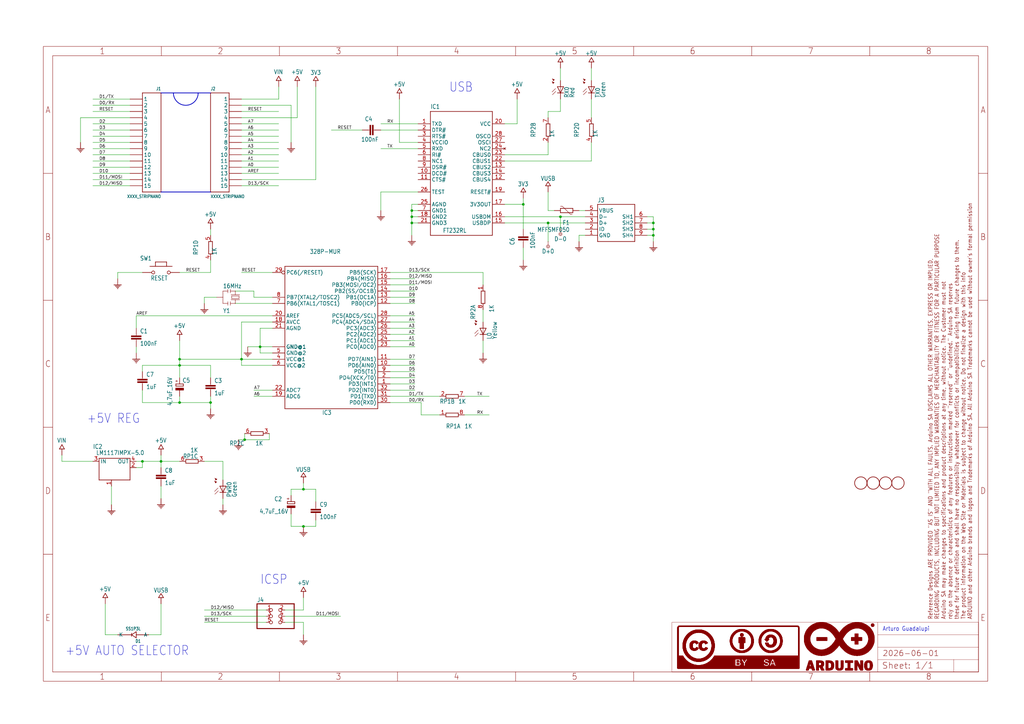
<source format=kicad_sch>
(kicad_sch (version 20250114) (generator "eeschema") (generator_version "9.0")
  (paper "A3")
  (lib_symbols
    (symbol "ardnanoplcdemo-eagle-import:0005_064R_1K_/_CAY16-102J4LF"
      (property "Reference" "R" (at -5.08 -3.048 0))
      (symbol "0005_064R_1K_/_CAY16-102J4LF_1_0"
        (pin passive line (at -5.08 0 0) (length 2.54) (name "1") (number "1"))
        (pin passive line (at 5.08 0 180) (length 2.54) (name "2") (number "8"))
      )
      (symbol "0005_064R_1K_/_CAY16-102J4LF_2_0"
        (pin passive line (at -5.08 0 0) (length 2.54) (name "1") (number "2"))
        (pin passive line (at 5.08 0 180) (length 2.54) (name "2") (number "7"))
      )
      (symbol "0005_064R_1K_/_CAY16-102J4LF_3_0"
        (pin passive line (at -5.08 0 0) (length 2.54) (name "1") (number "3"))
        (pin passive line (at 5.08 0 180) (length 2.54) (name "2") (number "6"))
      )
      (symbol "0005_064R_1K_/_CAY16-102J4LF_4_0"
        (pin passive line (at -5.08 0 0) (length 2.54) (name "1") (number "4"))
        (pin passive line (at 5.08 0 180) (length 2.54) (name "2") (number "5"))
      )
    )
    (symbol "ardnanoplcdemo-eagle-import:0006_1UF_0603/GRM188R61E105KA12D"
      (property "Reference" "C" (at 1.524 0.381 0))
      (symbol "0006_1UF_0603/GRM188R61E105KA12D_1_0"
        (pin passive line (at 0 2.54 270) (length 2.54) (name "1") (number "1"))
        (pin passive line (at 0 -5.08 90) (length 2.54) (name "2") (number "2"))
      )
    )
    (symbol "ardnanoplcdemo-eagle-import:0011_CSTCE16M0V53-R0"
      (property "Reference" "X" (at -5.08 4.572 0))
      (symbol "0011_CSTCE16M0V53-R0_1_0"
        (pin passive line (at -7.62 0 0) (length 0) (name "2") (number "2"))
        (pin passive line (at 0 2.54 180) (length 0) (name "1") (number "1"))
        (pin passive line (at 0 -2.54 180) (length 0) (name "3") (number "3"))
      )
    )
    (symbol "ardnanoplcdemo-eagle-import:0015_100NF_0603"
      (property "Reference" "C" (at 1.524 0.381 0))
      (symbol "0015_100NF_0603_1_0"
        (pin passive line (at 0 2.54 270) (length 2.54) (name "1") (number "1"))
        (pin passive line (at 0 -5.08 90) (length 2.54) (name "2") (number "2"))
      )
    )
    (symbol "ardnanoplcdemo-eagle-import:0022_LM1117IMPX-5.0"
      (property "Reference" "IC" (at -5.08 7.62 0))
      (symbol "0022_LM1117IMPX-5.0_1_0"
        (pin input line (at -7.62 5.08 0) (length 2.54) (name "IN") (number "3"))
        (pin input line (at 0 -5.08 90) (length 2.54) (name "GND/ADJ") (number "1"))
        (pin passive line (at 10.16 5.08 180) (length 2.54) (name "OUT") (number "4"))
        (pin passive line (at 10.16 2.54 180) (length 2.54) (name "OUT@1") (number "2"))
      )
    )
    (symbol "ardnanoplcdemo-eagle-import:0025_SS1P3L-M3/84A"
      (property "Reference" "D" (at -1.905 1.905 0))
      (symbol "0025_SS1P3L-M3/84A_1_0"
        (pin bidirectional line (at -5.08 0 0) (length 0) (name "A") (number "P$2"))
        (pin bidirectional line (at 7.62 0 180) (length 0) (name "K") (number "P$1"))
      )
    )
    (symbol "ardnanoplcdemo-eagle-import:0043_KPT-2012SGC"
      (property "Reference" "LED" (at 3.556 -4.572 90))
      (symbol "0043_KPT-2012SGC_1_0"
        (pin passive line (at 0 2.54 270) (length 2.54) (name "A") (number "A"))
        (pin passive line (at 0 -5.08 90) (length 2.54) (name "C") (number "C"))
      )
    )
    (symbol "ardnanoplcdemo-eagle-import:0044_KPT-2012YC"
      (property "Reference" "LED" (at 3.556 -4.572 90))
      (symbol "0044_KPT-2012YC_1_0"
        (pin passive line (at 0 2.54 270) (length 2.54) (name "A") (number "A"))
        (pin passive line (at 0 -5.08 90) (length 2.54) (name "C") (number "C"))
      )
    )
    (symbol "ardnanoplcdemo-eagle-import:0114_PH254-203DF118A00V"
      (property "Reference" "JP" (at -6.35 5.715 0))
      (symbol "0114_PH254-203DF118A00V_1_0"
        (pin passive inverted (at -2.54 2.54 0) (length 2.54) (name "1") (number "1"))
        (pin passive inverted (at -2.54 0 0) (length 2.54) (name "3") (number "3"))
        (pin passive inverted (at -2.54 -2.54 0) (length 2.54) (name "5") (number "5"))
        (pin passive inverted (at 5.08 2.54 180) (length 2.54) (name "2") (number "2"))
        (pin passive inverted (at 5.08 0 180) (length 2.54) (name "4") (number "4"))
        (pin passive inverted (at 5.08 -2.54 180) (length 2.54) (name "6") (number "6"))
      )
    )
    (symbol "ardnanoplcdemo-eagle-import:0173_IT-1185AP1C-160G-G_T&R"
      (property "Reference" "PB" (at -8.636 4.826 0))
      (symbol "0173_IT-1185AP1C-160G-G_T&R_1_0"
        (pin passive inverted (at -7.62 0 0) (length 5.08) (name "1") (number "1"))
        (pin passive inverted (at 7.62 0 180) (length 5.08) (name "2") (number "2"))
      )
    )
    (symbol "ardnanoplcdemo-eagle-import:0181_KTP-2012SURCK"
      (property "Reference" "LED" (at 3.556 -4.572 90))
      (symbol "0181_KTP-2012SURCK_1_0"
        (pin passive line (at 0 2.54 270) (length 2.54) (name "A") (number "A"))
        (pin passive line (at 0 -5.08 90) (length 2.54) (name "C") (number "C"))
      )
    )
    (symbol "ardnanoplcdemo-eagle-import:0219_14850"
      (property "Reference" "USB" (at -7.62 8.382 0))
      (symbol "0219_14850_1_0"
        (pin power_in line (at -12.7 5.08 0) (length 5.08) (name "VBUS") (number "5"))
        (pin bidirectional line (at -12.7 2.54 0) (length 5.08) (name "D-") (number "4"))
        (pin bidirectional line (at -12.7 0 0) (length 5.08) (name "D+") (number "3"))
        (pin bidirectional line (at -12.7 -2.54 0) (length 5.08) (name "ID") (number "2"))
        (pin passive line (at -12.7 -5.08 0) (length 5.08) (name "GND") (number "1"))
        (pin passive line (at 12.7 2.54 180) (length 5.08) (name "SH1") (number "6"))
        (pin passive line (at 12.7 0 180) (length 5.08) (name "SH2") (number "7"))
        (pin passive line (at 12.7 -2.54 180) (length 5.08) (name "SH3") (number "8"))
        (pin passive line (at 12.7 -5.08 180) (length 5.08) (name "SH4") (number "9"))
      )
    )
    (symbol "ardnanoplcdemo-eagle-import:0226_FT232RL"
      (property "Reference" "IC" (at -12.7 26.416 0))
      (symbol "0226_FT232RL_1_0"
        (pin output line (at -17.78 20.32 0) (length 5.08) (name "TXD") (number "1"))
        (pin output line (at -17.78 17.78 0) (length 5.08) (name "DTR#") (number "2"))
        (pin output line (at -17.78 15.24 0) (length 5.08) (name "RTS#") (number "3"))
        (pin power_in line (at -17.78 12.7 0) (length 5.08) (name "VCCIO") (number "4"))
        (pin input line (at -17.78 10.16 0) (length 5.08) (name "RXD") (number "5"))
        (pin bidirectional line (at -17.78 7.62 0) (length 5.08) (name "RI#") (number "6"))
        (pin bidirectional line (at -17.78 5.08 0) (length 5.08) (name "NC1") (number "8"))
        (pin bidirectional line (at -17.78 2.54 0) (length 5.08) (name "DSR#") (number "9"))
        (pin bidirectional line (at -17.78 0 0) (length 5.08) (name "DCD#") (number "10"))
        (pin bidirectional line (at -17.78 -2.54 0) (length 5.08) (name "CTS#") (number "11"))
        (pin bidirectional line (at -17.78 -7.62 0) (length 5.08) (name "TEST") (number "26"))
        (pin power_in line (at -17.78 -12.7 0) (length 5.08) (name "AGND") (number "25"))
        (pin power_in line (at -17.78 -15.24 0) (length 5.08) (name "GND1") (number "7"))
        (pin power_in line (at -17.78 -17.78 0) (length 5.08) (name "GND2") (number "18"))
        (pin power_in line (at -17.78 -20.32 0) (length 5.08) (name "GND3") (number "21"))
        (pin power_in line (at 17.78 20.32 180) (length 5.08) (name "VCC") (number "20"))
        (pin output line (at 17.78 15.24 180) (length 5.08) (name "OSCO") (number "28"))
        (pin bidirectional line (at 17.78 12.7 180) (length 5.08) (name "OSCI") (number "27"))
        (pin no_connect line (at 17.78 10.16 180) (length 5.08) (name "NC2") (number "24"))
        (pin bidirectional line (at 17.78 7.62 180) (length 5.08) (name "CBUS0") (number "23"))
        (pin bidirectional line (at 17.78 5.08 180) (length 5.08) (name "CBUS1") (number "22"))
        (pin bidirectional line (at 17.78 2.54 180) (length 5.08) (name "CBUS2") (number "13"))
        (pin bidirectional line (at 17.78 0 180) (length 5.08) (name "CBUS3") (number "14"))
        (pin bidirectional line (at 17.78 -2.54 180) (length 5.08) (name "CBUS4") (number "12"))
        (pin bidirectional line (at 17.78 -7.62 180) (length 5.08) (name "RESET#") (number "19"))
        (pin power_in line (at 17.78 -12.7 180) (length 5.08) (name "3V3OUT") (number "17"))
        (pin bidirectional line (at 17.78 -17.78 180) (length 5.08) (name "USBDM") (number "16"))
        (pin bidirectional line (at 17.78 -20.32 180) (length 5.08) (name "USBDP") (number "15"))
      )
    )
    (symbol "ardnanoplcdemo-eagle-import:0833_TAJA475MO16RNJ"
      (property "Reference" "C" (at 1.143 0.4826 0))
      (symbol "0833_TAJA475MO16RNJ_1_0"
        (text "+" (at -0.5842 0.4064 900) (effects (font (size 1.27 1.0795)) (justify left bottom)))
        (pin passive line (at 0 2.54 270) (length 2.54) (name "+") (number "1"))
        (pin passive line (at 0 -5.08 90) (length 2.54) (name "-") (number "2"))
      )
    )
    (symbol "ardnanoplcdemo-eagle-import:3V3" (power)
      (symbol "3V3_1_0"
        (pin power_in line (at 0 -2.54 90) (length 2.54) (name "3V3") (number "1"))
      )
    )
    (symbol "ardnanoplcdemo-eagle-import:ATMEGA328P-32MUR"
      (property "Reference" "U" (at -17.78 -40.64 0))
      (symbol "ATMEGA328P-32MUR_1_0"
        (pin bidirectional inverted (at -22.86 25.4 0) (length 5.08) (name "PC6(/RESET)") (number "29"))
        (pin bidirectional line (at -22.86 15.24 0) (length 5.08) (name "PB7(XTAL2/TOSC2)") (number "8"))
        (pin bidirectional line (at -22.86 12.7 0) (length 5.08) (name "PB6(XTAL1/TOSC1)") (number "7"))
        (pin bidirectional line (at -22.86 7.62 0) (length 5.08) (name "AREF") (number "20"))
        (pin bidirectional line (at -22.86 5.08 0) (length 5.08) (name "AVCC") (number "18"))
        (pin bidirectional line (at -22.86 2.54 0) (length 5.08) (name "AGND") (number "21"))
        (pin bidirectional line (at -22.86 -5.08 0) (length 5.08) (name "GND@1") (number "3"))
        (pin bidirectional line (at -22.86 -5.08 0) (length 5.08) (name "GND@1") (number "33"))
        (pin bidirectional line (at -22.86 -7.62 0) (length 5.08) (name "GND@2") (number "5"))
        (pin bidirectional line (at -22.86 -10.16 0) (length 5.08) (name "VCC@1") (number "4"))
        (pin bidirectional line (at -22.86 -12.7 0) (length 5.08) (name "VCC@2") (number "6"))
        (pin bidirectional line (at -22.86 -22.86 0) (length 5.08) (name "ADC7") (number "22"))
        (pin bidirectional line (at -22.86 -25.4 0) (length 5.08) (name "ADC6") (number "19"))
        (pin bidirectional line (at 25.4 25.4 180) (length 5.08) (name "PB5(SCK)") (number "17"))
        (pin bidirectional line (at 25.4 22.86 180) (length 5.08) (name "PB4(MISO)") (number "16"))
        (pin bidirectional line (at 25.4 20.32 180) (length 5.08) (name "PB3(MOSI/OC2)") (number "15"))
        (pin bidirectional line (at 25.4 17.78 180) (length 5.08) (name "PB2(SS/OC1B)") (number "14"))
        (pin bidirectional line (at 25.4 15.24 180) (length 5.08) (name "PB1(OC1A)") (number "13"))
        (pin bidirectional line (at 25.4 12.7 180) (length 5.08) (name "PB0(ICP)") (number "12"))
        (pin bidirectional line (at 25.4 7.62 180) (length 5.08) (name "PC5(ADC5/SCL)") (number "28"))
        (pin bidirectional line (at 25.4 5.08 180) (length 5.08) (name "PC4(ADC4/SDA)") (number "27"))
        (pin bidirectional line (at 25.4 2.54 180) (length 5.08) (name "PC3(ADC3)") (number "26"))
        (pin bidirectional line (at 25.4 0 180) (length 5.08) (name "PC2(ADC2)") (number "25"))
        (pin bidirectional line (at 25.4 -2.54 180) (length 5.08) (name "PC1(ADC1)") (number "24"))
        (pin bidirectional line (at 25.4 -5.08 180) (length 5.08) (name "PC0(ADC0)") (number "23"))
        (pin bidirectional line (at 25.4 -10.16 180) (length 5.08) (name "PD7(AIN1)") (number "11"))
        (pin bidirectional line (at 25.4 -12.7 180) (length 5.08) (name "PD6(AIN0)") (number "10"))
        (pin bidirectional line (at 25.4 -15.24 180) (length 5.08) (name "PD5(T1)") (number "9"))
        (pin bidirectional line (at 25.4 -17.78 180) (length 5.08) (name "PD4(XCK/T0)") (number "2"))
        (pin bidirectional line (at 25.4 -20.32 180) (length 5.08) (name "PD3(INT1)") (number "1"))
        (pin bidirectional line (at 25.4 -22.86 180) (length 5.08) (name "PD2(INT0)") (number "32"))
        (pin bidirectional line (at 25.4 -25.4 180) (length 5.08) (name "PD1(TXD)") (number "31"))
        (pin bidirectional line (at 25.4 -27.94 180) (length 5.08) (name "PD0(RXD)") (number "30"))
      )
    )
    (symbol "ardnanoplcdemo-eagle-import:Arduino-utility_A3-FRAME"
      (symbol "Arduino-utility_A3-FRAME_1_0"
        (text "A" (at 1.905 234.315 0) (effects (font (size 2.54 2.286))))
        (text "B" (at 1.905 182.245 0) (effects (font (size 2.54 2.286))))
        (text "C" (at 1.905 130.175 0) (effects (font (size 2.54 2.286))))
        (text "D" (at 1.905 78.105 0) (effects (font (size 2.54 2.286))))
        (text "E" (at 1.905 26.035 0) (effects (font (size 2.54 2.286))))
        (text "1" (at 24.2094 258.445 0) (effects (font (size 2.54 2.286))))
        (text "1" (at 24.2094 1.905 0) (effects (font (size 2.54 2.286))))
        (text "2" (at 72.6281 258.445 0) (effects (font (size 2.54 2.286))))
        (text "2" (at 72.6281 1.905 0) (effects (font (size 2.54 2.286))))
        (text "3" (at 121.0469 258.445 0) (effects (font (size 2.54 2.286))))
        (text "3" (at 121.0469 1.905 0) (effects (font (size 2.54 2.286))))
        (text "4" (at 169.4656 258.445 0) (effects (font (size 2.54 2.286))))
        (text "4" (at 169.4656 1.905 0) (effects (font (size 2.54 2.286))))
        (text "5" (at 217.8844 258.445 0) (effects (font (size 2.54 2.286))))
        (text "5" (at 217.8844 1.905 0) (effects (font (size 2.54 2.286))))
        (text "6" (at 266.3031 258.445 0) (effects (font (size 2.54 2.286))))
        (text "6" (at 266.3031 1.905 0) (effects (font (size 2.54 2.286))))
        (text "7" (at 314.7219 258.445 0) (effects (font (size 2.54 2.286))))
        (text "7" (at 314.7219 1.905 0) (effects (font (size 2.54 2.286))))
        (text "Sheet:" (at 343.916 4.953 0) (effects (font (size 2.54 2.54)) (justify left bottom)))
        (text "${PROJECTNAME}" (at 344.17 15.24 0) (effects (font (size 2.54 2.54)) (justify left bottom)))
        (text "${CURRENT_DATE}" (at 344.17 10.16 0) (effects (font (size 2.286 2.286)) (justify left bottom)))
        (text "${#}/${##}" (at 357.505 5.08 0) (effects (font (size 2.54 2.54)) (justify left bottom)))
        (text "8" (at 363.1406 258.445 0) (effects (font (size 2.54 2.286))))
        (text "8" (at 363.1406 1.905 0) (effects (font (size 2.54 2.286))))
        (text "Reference Designs ARE PROVIDED \"AS IS\" AND \"WITH ALL FAULTS. Arduino SA DISCLAIMS ALL OTHER WARRANTIES, EXPRESS OR IMPLIED,\nREGARDING PRODUCTS, INCLUDING BUT NOT LIMITED TO, ANY IMPLIED WARRANTIES OF MERCHANTABILITY OR FITNESS FOR A PARTICULAR PURPOSE\nArduino SA may make changes to specifications and product descriptions at any time, without notice. The Customer must not\nrely on the absence or characteristics of any features or instructions marked \"reserved\" or \"undefined.\" Arduino SA reserves\nthese for future definition and shall have no responsibility whatsoever for conflicts or incompatibilities arising from future changes to them.\nThe product information on the Web Site or Materials is subject to change without notice. Do not finalize a design with this info\nARDUINO and other Arduino brands and logos and Trademarks of Arduino SA. All Arduino SA Trademarks cannot be used without owner's formal permission" (at 381 25.4 900) (effects (font (size 1.6764 1.4249)) (justify left bottom)))
        (text "A" (at 385.445 234.315 0) (effects (font (size 2.54 2.286))))
        (text "B" (at 385.445 182.245 0) (effects (font (size 2.54 2.286))))
        (text "C" (at 385.445 130.175 0) (effects (font (size 2.54 2.286))))
        (text "D" (at 385.445 78.105 0) (effects (font (size 2.54 2.286))))
        (text "E" (at 385.445 26.035 0) (effects (font (size 2.54 2.286))))
      )
    )
    (symbol "ardnanoplcdemo-eagle-import:Arduino-utility_FIDUCIAL-1.5MM")
    (symbol "ardnanoplcdemo-eagle-import:Arduino-utility_TPTP-1.00MM"
      (property "Reference" "TP" (at 0 0.508 0))
      (symbol "Arduino-utility_TPTP-1.00MM_1_0"
        (pin passive line (at 0 -2.54 90) (length 0) (name "P$1") (number "X"))
      )
    )
    (symbol "ardnanoplcdemo-eagle-import:COM" (power)
      (symbol "COM_1_0"
        (pin power_in line (at 0 2.54 270) (length 2.54) (name "COM") (number "1"))
      )
    )
    (symbol "ardnanoplcdemo-eagle-import:MyPOW_+5V" (power)
      (symbol "MyPOW_+5V_1_0"
        (pin power_in line (at 0 -2.54 90) (length 2.54) (name "+5V") (number "1"))
      )
    )
    (symbol "ardnanoplcdemo-eagle-import:MyPOW_VIN" (power)
      (symbol "MyPOW_VIN_1_0"
        (pin power_in line (at 0 -2.54 90) (length 2.54) (name "VIN") (number "1"))
      )
    )
    (symbol "ardnanoplcdemo-eagle-import:MyPOW_VUSB" (power)
      (symbol "MyPOW_VUSB_1_0"
        (pin power_in line (at 0 -2.54 90) (length 2.54) (name "VUSB") (number "1"))
      )
    )
    (symbol "ardnanoplcdemo-eagle-import:PTC"
      (property "Reference" "F" (at 2.54 0.2286 0))
      (symbol "PTC_1_0"
        (pin passive line (at 0 5.08 270) (length 2.54) (name "2") (number "2"))
        (pin passive line (at 0 -5.08 90) (length 2.54) (name "1") (number "1"))
      )
    )
    (symbol "ardnanoplcdemo-eagle-import:XXXX_STRIPNANO"
      (property "Reference" "CN" (at -2.54 21.336 0))
      (symbol "XXXX_STRIPNANO_1_0"
        (pin passive line (at 10.16 17.78 180) (length 5.08) (name "1") (number "1"))
        (pin passive line (at 10.16 15.24 180) (length 5.08) (name "2") (number "2"))
        (pin passive line (at 10.16 12.7 180) (length 5.08) (name "3") (number "3"))
        (pin passive line (at 10.16 10.16 180) (length 5.08) (name "4") (number "4"))
        (pin passive line (at 10.16 7.62 180) (length 5.08) (name "5") (number "5"))
        (pin passive line (at 10.16 5.08 180) (length 5.08) (name "6") (number "6"))
        (pin passive line (at 10.16 2.54 180) (length 5.08) (name "7") (number "7"))
        (pin passive line (at 10.16 0 180) (length 5.08) (name "8") (number "8"))
        (pin passive line (at 10.16 -2.54 180) (length 5.08) (name "9") (number "9"))
        (pin passive line (at 10.16 -5.08 180) (length 5.08) (name "10") (number "10"))
        (pin passive line (at 10.16 -7.62 180) (length 5.08) (name "11") (number "11"))
        (pin passive line (at 10.16 -10.16 180) (length 5.08) (name "12") (number "12"))
        (pin passive line (at 10.16 -12.7 180) (length 5.08) (name "13") (number "13"))
        (pin passive line (at 10.16 -15.24 180) (length 5.08) (name "14") (number "14"))
        (pin passive line (at 10.16 -17.78 180) (length 5.08) (name "15") (number "15"))
      )
    )
  )
  (arc (start 81.28 38.1) (mid 76.2 43.18) (end 71.12 38.1) (stroke (width 0.3048)))
  (text "+5V AUTO SELECTOR" (at 26.67 269.24 0) (effects (font (size 3.81 3.2385)) (justify left bottom)))
  (text "ICSP" (at 106.68 240.03 0) (effects (font (size 3.81 3.2385)) (justify left bottom)))
  (text "USB" (at 184.15 38.1 0) (effects (font (size 3.81 3.2385)) (justify left bottom)))
  (text "Arturo Guadalupi" (at 361.95 259.08 0) (effects (font (size 1.778 1.5113)) (justify left bottom)))
  (text "+5V REG" (at 35.56 173.99 0) (effects (font (size 3.81 3.2385)) (justify left bottom)))
  (junction (at 124.46 215.9))
  (junction (at 86.36 165.1))
  (junction (at 267.97 93.98))
  (junction (at 58.42 189.23))
  (junction (at 168.91 88.9))
  (junction (at 73.66 147.32))
  (junction (at 73.66 149.86))
  (junction (at 168.91 86.36))
  (junction (at 106.68 142.24))
  (junction (at 124.46 200.66))
  (junction (at 267.97 96.52))
  (junction (at 99.06 147.32))
  (junction (at 73.66 165.1))
  (junction (at 229.87 88.9))
  (junction (at 224.79 91.44))
  (junction (at 214.63 83.82))
  (junction (at 168.91 91.44))
  (junction (at 267.97 91.44))
  (junction (at 66.04 189.23))
  (junction (at 100.33 180.34))
  (wire (pts (xy 267.97 88.9) (xy 267.97 91.44)) (stroke (width 0.1524)))
  (wire (pts (xy 121.92 48.26) (xy 121.92 35.56)) (stroke (width 0.1524)))
  (wire (pts (xy 86.36 149.86) (xy 73.66 149.86)) (stroke (width 0.1524)))
  (polyline (pts (xy 66.04 38.1) (xy 71.12 38.1)) (stroke (width 0.3048) (type solid)))
  (wire (pts (xy 58.42 189.23) (xy 55.88 189.23)) (stroke (width 0.1524)))
  (wire (pts (xy 91.44 189.23) (xy 91.44 196.85)) (stroke (width 0.1524)))
  (polyline (pts (xy 66.04 78.74) (xy 86.36 78.74)) (stroke (width 0.3048) (type solid)))
  (wire (pts (xy 224.79 45.72) (xy 229.87 45.72)) (stroke (width 0.1524)))
  (wire (pts (xy 55.88 129.54) (xy 55.88 134.62)) (stroke (width 0.1524)))
  (wire (pts (xy 242.57 66.04) (xy 242.57 58.42)) (stroke (width 0.1524)))
  (wire (pts (xy 119.38 203.2) (xy 119.38 200.66)) (stroke (width 0.1524)))
  (wire (pts (xy 124.46 255.27) (xy 124.46 260.35)) (stroke (width 0.1524)))
  (wire (pts (xy 83.82 255.27) (xy 109.22 255.27)) (stroke (width 0.1524)))
  (wire (pts (xy 99.06 147.32) (xy 73.66 147.32)) (stroke (width 0.1524)))
  (wire (pts (xy 66.04 247.65) (xy 66.04 260.35)) (stroke (width 0.1524)))
  (wire (pts (xy 66.04 189.23) (xy 66.04 186.69)) (stroke (width 0.1524)))
  (wire (pts (xy 135.89 53.34) (xy 148.59 53.34)) (stroke (width 0.1524)))
  (wire (pts (xy 99.06 68.58) (xy 114.3 68.58)) (stroke (width 0.1524)))
  (wire (pts (xy 99.06 43.18) (xy 119.38 43.18)) (stroke (width 0.1524)))
  (wire (pts (xy 229.87 33.02) (xy 229.87 27.94)) (stroke (width 0.1524)))
  (wire (pts (xy 267.97 93.98) (xy 267.97 96.52)) (stroke (width 0.1524)))
  (wire (pts (xy 97.79 180.34) (xy 100.33 180.34)) (stroke (width 0.1524)))
  (wire (pts (xy 237.49 96.52) (xy 237.49 99.06)) (stroke (width 0.1524)))
  (wire (pts (xy 99.06 71.12) (xy 114.3 71.12)) (stroke (width 0.1524)))
  (wire (pts (xy 224.79 48.26) (xy 224.79 45.72)) (stroke (width 0.1524)))
  (wire (pts (xy 111.76 147.32) (xy 99.06 147.32)) (stroke (width 0.1524)))
  (wire (pts (xy 83.82 252.73) (xy 109.22 252.73)) (stroke (width 0.1524)))
  (wire (pts (xy 160.02 162.56) (xy 180.34 162.56)) (stroke (width 0.1524)))
  (wire (pts (xy 73.66 189.23) (xy 66.04 189.23)) (stroke (width 0.1524)))
  (wire (pts (xy 33.02 48.26) (xy 33.02 58.42)) (stroke (width 0.1524)))
  (wire (pts (xy 129.54 200.66) (xy 129.54 205.74)) (stroke (width 0.1524)))
  (wire (pts (xy 86.36 154.94) (xy 86.36 149.86)) (stroke (width 0.1524)))
  (wire (pts (xy 265.43 91.44) (xy 267.97 91.44)) (stroke (width 0.1524)))
  (wire (pts (xy 111.76 132.08) (xy 99.06 132.08)) (stroke (width 0.1524)))
  (wire (pts (xy 160.02 157.48) (xy 170.18 157.48)) (stroke (width 0.1524)))
  (wire (pts (xy 172.72 170.18) (xy 180.34 170.18)) (stroke (width 0.1524)))
  (wire (pts (xy 160.02 165.1) (xy 172.72 165.1)) (stroke (width 0.1524)))
  (wire (pts (xy 111.76 121.92) (xy 104.14 121.92)) (stroke (width 0.1524)))
  (wire (pts (xy 160.02 124.46) (xy 170.18 124.46)) (stroke (width 0.1524)))
  (wire (pts (xy 214.63 83.82) (xy 214.63 81.28)) (stroke (width 0.1524)))
  (wire (pts (xy 99.06 55.88) (xy 114.3 55.88)) (stroke (width 0.1524)))
  (wire (pts (xy 88.9 121.92) (xy 83.82 121.92)) (stroke (width 0.1524)))
  (wire (pts (xy 73.66 165.1) (xy 58.42 165.1)) (stroke (width 0.1524)))
  (wire (pts (xy 119.38 43.18) (xy 119.38 58.42)) (stroke (width 0.1524)))
  (wire (pts (xy 129.54 215.9) (xy 124.46 215.9)) (stroke (width 0.1524)))
  (wire (pts (xy 224.79 86.36) (xy 224.79 78.74)) (stroke (width 0.1524)))
  (wire (pts (xy 242.57 48.26) (xy 242.57 40.64)) (stroke (width 0.1524)))
  (wire (pts (xy 114.3 40.64) (xy 99.06 40.64)) (stroke (width 0.1524)))
  (wire (pts (xy 171.45 86.36) (xy 168.91 86.36)) (stroke (width 0.1524)))
  (wire (pts (xy 99.06 48.26) (xy 121.92 48.26)) (stroke (width 0.1524)))
  (wire (pts (xy 265.43 93.98) (xy 267.97 93.98)) (stroke (width 0.1524)))
  (wire (pts (xy 106.68 142.24) (xy 101.6 142.24)) (stroke (width 0.1524)))
  (wire (pts (xy 104.14 121.92) (xy 104.14 119.38)) (stroke (width 0.1524)))
  (wire (pts (xy 73.66 149.86) (xy 58.42 149.86)) (stroke (width 0.1524)))
  (wire (pts (xy 156.21 53.34) (xy 171.45 53.34)) (stroke (width 0.1524)))
  (wire (pts (xy 160.02 129.54) (xy 170.18 129.54)) (stroke (width 0.1524)))
  (wire (pts (xy 38.1 53.34) (xy 53.34 53.34)) (stroke (width 0.1524)))
  (wire (pts (xy 265.43 96.52) (xy 267.97 96.52)) (stroke (width 0.1524)))
  (wire (pts (xy 99.06 66.04) (xy 114.3 66.04)) (stroke (width 0.1524)))
  (wire (pts (xy 160.02 121.92) (xy 170.18 121.92)) (stroke (width 0.1524)))
  (wire (pts (xy 83.82 250.19) (xy 109.22 250.19)) (stroke (width 0.1524)))
  (wire (pts (xy 45.72 207.01) (xy 45.72 199.39)) (stroke (width 0.1524)))
  (wire (pts (xy 33.02 48.26) (xy 53.34 48.26)) (stroke (width 0.1524)))
  (wire (pts (xy 224.79 99.06) (xy 224.79 91.44)) (stroke (width 0.1524)))
  (wire (pts (xy 55.88 191.77) (xy 58.42 191.77)) (stroke (width 0.1524)))
  (wire (pts (xy 99.06 73.66) (xy 129.54 73.66)) (stroke (width 0.1524)))
  (wire (pts (xy 43.18 260.35) (xy 43.18 247.65)) (stroke (width 0.1524)))
  (wire (pts (xy 99.06 149.86) (xy 99.06 147.32)) (stroke (width 0.1524)))
  (wire (pts (xy 100.33 180.34) (xy 110.49 180.34)) (stroke (width 0.1524)))
  (wire (pts (xy 91.44 207.01) (xy 91.44 204.47)) (stroke (width 0.1524)))
  (wire (pts (xy 86.36 96.52) (xy 86.36 93.98)) (stroke (width 0.1524)))
  (wire (pts (xy 156.21 60.96) (xy 171.45 60.96)) (stroke (width 0.1524)))
  (wire (pts (xy 55.88 142.24) (xy 55.88 144.78)) (stroke (width 0.1524)))
  (wire (pts (xy 111.76 149.86) (xy 99.06 149.86)) (stroke (width 0.1524)))
  (wire (pts (xy 106.68 144.78) (xy 106.68 142.24)) (stroke (width 0.1524)))
  (wire (pts (xy 156.21 78.74) (xy 156.21 86.36)) (stroke (width 0.1524)))
  (wire (pts (xy 86.36 106.68) (xy 86.36 111.76)) (stroke (width 0.1524)))
  (wire (pts (xy 119.38 200.66) (xy 124.46 200.66)) (stroke (width 0.1524)))
  (wire (pts (xy 99.06 53.34) (xy 114.3 53.34)) (stroke (width 0.1524)))
  (wire (pts (xy 160.02 139.7) (xy 170.18 139.7)) (stroke (width 0.1524)))
  (wire (pts (xy 168.91 86.36) (xy 168.91 88.9)) (stroke (width 0.1524)))
  (wire (pts (xy 237.49 86.36) (xy 240.03 86.36)) (stroke (width 0.1524)))
  (wire (pts (xy 111.76 162.56) (xy 104.14 162.56)) (stroke (width 0.1524)))
  (wire (pts (xy 119.38 215.9) (xy 124.46 215.9)) (stroke (width 0.1524)))
  (wire (pts (xy 129.54 213.36) (xy 129.54 215.9)) (stroke (width 0.1524)))
  (wire (pts (xy 160.02 111.76) (xy 198.12 111.76)) (stroke (width 0.1524)))
  (wire (pts (xy 198.12 116.84) (xy 198.12 111.76)) (stroke (width 0.1524)))
  (wire (pts (xy 38.1 66.04) (xy 53.34 66.04)) (stroke (width 0.1524)))
  (wire (pts (xy 124.46 198.12) (xy 124.46 200.66)) (stroke (width 0.1524)))
  (wire (pts (xy 110.49 180.34) (xy 110.49 177.8)) (stroke (width 0.1524)))
  (wire (pts (xy 58.42 165.1) (xy 58.42 160.02)) (stroke (width 0.1524)))
  (wire (pts (xy 86.36 165.1) (xy 86.36 167.64)) (stroke (width 0.1524)))
  (polyline (pts (xy 71.12 38.1) (xy 81.28 38.1)) (stroke (width 0.3048) (type solid)))
  (wire (pts (xy 124.46 200.66) (xy 129.54 200.66)) (stroke (width 0.1524)))
  (wire (pts (xy 38.1 58.42) (xy 53.34 58.42)) (stroke (width 0.1524)))
  (wire (pts (xy 156.21 50.8) (xy 171.45 50.8)) (stroke (width 0.1524)))
  (wire (pts (xy 160.02 119.38) (xy 170.18 119.38)) (stroke (width 0.1524)))
  (wire (pts (xy 38.1 76.2) (xy 53.34 76.2)) (stroke (width 0.1524)))
  (wire (pts (xy 106.68 134.62) (xy 106.68 142.24)) (stroke (width 0.1524)))
  (wire (pts (xy 96.52 124.46) (xy 111.76 124.46)) (stroke (width 0.1524)))
  (wire (pts (xy 66.04 204.47) (xy 66.04 199.39)) (stroke (width 0.1524)))
  (wire (pts (xy 172.72 165.1) (xy 172.72 170.18)) (stroke (width 0.1524)))
  (wire (pts (xy 214.63 101.6) (xy 214.63 106.68)) (stroke (width 0.1524)))
  (wire (pts (xy 160.02 132.08) (xy 170.18 132.08)) (stroke (width 0.1524)))
  (wire (pts (xy 73.66 111.76) (xy 86.36 111.76)) (stroke (width 0.1524)))
  (wire (pts (xy 212.09 50.8) (xy 212.09 40.64)) (stroke (width 0.1524)))
  (wire (pts (xy 58.42 189.23) (xy 66.04 189.23)) (stroke (width 0.1524)))
  (wire (pts (xy 160.02 149.86) (xy 170.18 149.86)) (stroke (width 0.1524)))
  (wire (pts (xy 100.33 177.8) (xy 100.33 180.34)) (stroke (width 0.1524)))
  (wire (pts (xy 207.01 88.9) (xy 229.87 88.9)) (stroke (width 0.1524)))
  (wire (pts (xy 25.4 186.69) (xy 25.4 189.23)) (stroke (width 0.1524)))
  (wire (pts (xy 38.1 45.72) (xy 53.34 45.72)) (stroke (width 0.1524)))
  (wire (pts (xy 160.02 160.02) (xy 170.18 160.02)) (stroke (width 0.1524)))
  (polyline (pts (xy 81.28 38.1) (xy 86.36 38.1)) (stroke (width 0.3048) (type solid)))
  (wire (pts (xy 58.42 191.77) (xy 58.42 189.23)) (stroke (width 0.1524)))
  (wire (pts (xy 25.4 189.23) (xy 38.1 189.23)) (stroke (width 0.1524)))
  (wire (pts (xy 38.1 50.8) (xy 53.34 50.8)) (stroke (width 0.1524)))
  (wire (pts (xy 99.06 132.08) (xy 99.06 147.32)) (stroke (width 0.1524)))
  (wire (pts (xy 58.42 149.86) (xy 58.42 152.4)) (stroke (width 0.1524)))
  (wire (pts (xy 111.76 129.54) (xy 55.88 129.54)) (stroke (width 0.1524)))
  (wire (pts (xy 207.01 66.04) (xy 242.57 66.04)) (stroke (width 0.1524)))
  (wire (pts (xy 190.5 162.56) (xy 200.66 162.56)) (stroke (width 0.1524)))
  (wire (pts (xy 160.02 152.4) (xy 170.18 152.4)) (stroke (width 0.1524)))
  (wire (pts (xy 160.02 114.3) (xy 170.18 114.3)) (stroke (width 0.1524)))
  (wire (pts (xy 111.76 144.78) (xy 106.68 144.78)) (stroke (width 0.1524)))
  (wire (pts (xy 73.66 147.32) (xy 73.66 139.7)) (stroke (width 0.1524)))
  (wire (pts (xy 66.04 191.77) (xy 66.04 189.23)) (stroke (width 0.1524)))
  (wire (pts (xy 116.84 255.27) (xy 124.46 255.27)) (stroke (width 0.1524)))
  (wire (pts (xy 73.66 165.1) (xy 86.36 165.1)) (stroke (width 0.1524)))
  (wire (pts (xy 38.1 68.58) (xy 53.34 68.58)) (stroke (width 0.1524)))
  (wire (pts (xy 267.97 91.44) (xy 267.97 93.98)) (stroke (width 0.1524)))
  (wire (pts (xy 214.63 93.98) (xy 214.63 83.82)) (stroke (width 0.1524)))
  (wire (pts (xy 99.06 45.72) (xy 114.3 45.72)) (stroke (width 0.1524)))
  (wire (pts (xy 99.06 60.96) (xy 114.3 60.96)) (stroke (width 0.1524)))
  (wire (pts (xy 190.5 170.18) (xy 200.66 170.18)) (stroke (width 0.1524)))
  (wire (pts (xy 163.83 58.42) (xy 163.83 40.64)) (stroke (width 0.1524)))
  (wire (pts (xy 160.02 147.32) (xy 170.18 147.32)) (stroke (width 0.1524)))
  (wire (pts (xy 83.82 121.92) (xy 83.82 124.46)) (stroke (width 0.1524)))
  (wire (pts (xy 73.66 162.56) (xy 73.66 165.1)) (stroke (width 0.1524)))
  (wire (pts (xy 207.01 50.8) (xy 212.09 50.8)) (stroke (width 0.1524)))
  (wire (pts (xy 99.06 50.8) (xy 114.3 50.8)) (stroke (width 0.1524)))
  (wire (pts (xy 73.66 149.86) (xy 73.66 147.32)) (stroke (width 0.1524)))
  (wire (pts (xy 43.18 260.35) (xy 48.26 260.35)) (stroke (width 0.1524)))
  (wire (pts (xy 171.45 78.74) (xy 156.21 78.74)) (stroke (width 0.1524)))
  (wire (pts (xy 207.01 63.5) (xy 224.79 63.5)) (stroke (width 0.1524)))
  (wire (pts (xy 38.1 55.88) (xy 53.34 55.88)) (stroke (width 0.1524)))
  (wire (pts (xy 73.66 154.94) (xy 73.66 149.86)) (stroke (width 0.1524)))
  (wire (pts (xy 229.87 93.98) (xy 229.87 88.9)) (stroke (width 0.1524)))
  (wire (pts (xy 129.54 73.66) (xy 129.54 35.56)) (stroke (width 0.1524)))
  (wire (pts (xy 104.14 119.38) (xy 96.52 119.38)) (stroke (width 0.1524)))
  (wire (pts (xy 38.1 73.66) (xy 53.34 73.66)) (stroke (width 0.1524)))
  (wire (pts (xy 168.91 83.82) (xy 168.91 86.36)) (stroke (width 0.1524)))
  (wire (pts (xy 114.3 63.5) (xy 99.06 63.5)) (stroke (width 0.1524)))
  (wire (pts (xy 99.06 76.2) (xy 114.3 76.2)) (stroke (width 0.1524)))
  (wire (pts (xy 171.45 83.82) (xy 168.91 83.82)) (stroke (width 0.1524)))
  (wire (pts (xy 38.1 40.64) (xy 53.34 40.64)) (stroke (width 0.1524)))
  (wire (pts (xy 207.01 83.82) (xy 214.63 83.82)) (stroke (width 0.1524)))
  (wire (pts (xy 198.12 127) (xy 198.12 132.08)) (stroke (width 0.1524)))
  (wire (pts (xy 224.79 91.44) (xy 240.03 91.44)) (stroke (width 0.1524)))
  (wire (pts (xy 66.04 260.35) (xy 60.96 260.35)) (stroke (width 0.1524)))
  (wire (pts (xy 106.68 142.24) (xy 111.76 142.24)) (stroke (width 0.1524)))
  (wire (pts (xy 242.57 33.02) (xy 242.57 27.94)) (stroke (width 0.1524)))
  (wire (pts (xy 119.38 210.82) (xy 119.38 215.9)) (stroke (width 0.1524)))
  (wire (pts (xy 111.76 134.62) (xy 106.68 134.62)) (stroke (width 0.1524)))
  (wire (pts (xy 207.01 91.44) (xy 224.79 91.44)) (stroke (width 0.1524)))
  (wire (pts (xy 83.82 189.23) (xy 91.44 189.23)) (stroke (width 0.1524)))
  (wire (pts (xy 229.87 88.9) (xy 240.03 88.9)) (stroke (width 0.1524)))
  (wire (pts (xy 198.12 139.7) (xy 198.12 144.78)) (stroke (width 0.1524)))
  (wire (pts (xy 48.26 111.76) (xy 48.26 114.3)) (stroke (width 0.1524)))
  (wire (pts (xy 265.43 88.9) (xy 267.97 88.9)) (stroke (width 0.1524)))
  (wire (pts (xy 139.7 252.73) (xy 116.84 252.73)) (stroke (width 0.1524)))
  (wire (pts (xy 229.87 45.72) (xy 229.87 40.64)) (stroke (width 0.1524)))
  (wire (pts (xy 171.45 58.42) (xy 163.83 58.42)) (stroke (width 0.1524)))
  (wire (pts (xy 168.91 88.9) (xy 168.91 91.44)) (stroke (width 0.1524)))
  (wire (pts (xy 111.76 111.76) (xy 99.06 111.76)) (stroke (width 0.1524)))
  (wire (pts (xy 38.1 71.12) (xy 53.34 71.12)) (stroke (width 0.1524)))
  (wire (pts (xy 160.02 134.62) (xy 170.18 134.62)) (stroke (width 0.1524)))
  (wire (pts (xy 99.06 58.42) (xy 114.3 58.42)) (stroke (width 0.1524)))
  (wire (pts (xy 53.34 63.5) (xy 38.1 63.5)) (stroke (width 0.1524)))
  (wire (pts (xy 86.36 162.56) (xy 86.36 165.1)) (stroke (width 0.1524)))
  (wire (pts (xy 38.1 60.96) (xy 53.34 60.96)) (stroke (width 0.1524)))
  (wire (pts (xy 38.1 43.18) (xy 53.34 43.18)) (stroke (width 0.1524)))
  (wire (pts (xy 160.02 154.94) (xy 170.18 154.94)) (stroke (width 0.1524)))
  (wire (pts (xy 160.02 142.24) (xy 170.18 142.24)) (stroke (width 0.1524)))
  (wire (pts (xy 160.02 116.84) (xy 170.18 116.84)) (stroke (width 0.1524)))
  (wire (pts (xy 124.46 250.19) (xy 124.46 245.11)) (stroke (width 0.1524)))
  (wire (pts (xy 58.42 111.76) (xy 48.26 111.76)) (stroke (width 0.1524)))
  (wire (pts (xy 114.3 40.64) (xy 114.3 35.56)) (stroke (width 0.1524)))
  (wire (pts (xy 224.79 86.36) (xy 227.33 86.36)) (stroke (width 0.1524)))
  (wire (pts (xy 224.79 58.42) (xy 224.79 63.5)) (stroke (width 0.1524)))
  (wire (pts (xy 116.84 250.19) (xy 124.46 250.19)) (stroke (width 0.1524)))
  (wire (pts (xy 240.03 96.52) (xy 237.49 96.52)) (stroke (width 0.1524)))
  (wire (pts (xy 168.91 91.44) (xy 168.91 96.52)) (stroke (width 0.1524)))
  (wire (pts (xy 267.97 96.52) (xy 267.97 99.06)) (stroke (width 0.1524)))
  (wire (pts (xy 160.02 137.16) (xy 170.18 137.16)) (stroke (width 0.1524)))
  (wire (pts (xy 171.45 88.9) (xy 168.91 88.9)) (stroke (width 0.1524)))
  (wire (pts (xy 111.76 160.02) (xy 104.14 160.02)) (stroke (width 0.1524)))
  (wire (pts (xy 171.45 91.44) (xy 168.91 91.44)) (stroke (width 0.1524)))
  (label "D5" (at 167.64 152.4 0) (effects (font (size 1.2446 1.2446))))
  (label "D9" (at 167.64 121.92 0) (effects (font (size 1.2446 1.2446))))
  (label "D4" (at 40.64 55.88 0) (effects (font (size 1.2446 1.2446))))
  (label "D11/MOSI" (at 167.64 116.84 0) (effects (font (size 1.2446 1.2446))))
  (label "RESET" (at 76.2 111.76 0) (effects (font (size 1.2446 1.2446))))
  (label "RX" (at 195.58 170.18 0) (effects (font (size 1.2446 1.2446))))
  (label "D7" (at 40.64 63.5 0) (effects (font (size 1.2446 1.2446))))
  (label "D12/MISO" (at 167.64 114.3 0) (effects (font (size 1.2446 1.2446))))
  (label "D13/SCK" (at 101.6 76.2 0) (effects (font (size 1.2446 1.2446))))
  (label "D0/RX" (at 167.64 165.1 0) (effects (font (size 1.2446 1.2446))))
  (label "AREF" (at 101.6 71.12 0) (effects (font (size 1.2446 1.2446))))
  (label "A5" (at 101.6 55.88 0) (effects (font (size 1.2446 1.2446))))
  (label "A0" (at 167.64 142.24 0) (effects (font (size 1.2446 1.2446))))
  (label "A6" (at 104.14 162.56 0) (effects (font (size 1.2446 1.2446))))
  (label "D12/MISO" (at 40.64 76.2 0) (effects (font (size 1.2446 1.2446))))
  (label "RESET" (at 40.64 45.72 0) (effects (font (size 1.2446 1.2446))))
  (label "A3" (at 167.64 134.62 0) (effects (font (size 1.2446 1.2446))))
  (label "D10" (at 40.64 71.12 0) (effects (font (size 1.2446 1.2446))))
  (label "TX" (at 158.75 60.96 0) (effects (font (size 1.2446 1.2446))))
  (label "D1/TX" (at 167.64 162.56 0) (effects (font (size 1.2446 1.2446))))
  (label "RX" (at 158.75 50.8 0) (effects (font (size 1.2446 1.2446))))
  (label "D0/RX" (at 40.64 43.18 0) (effects (font (size 1.2446 1.2446))))
  (label "D8" (at 40.64 66.04 0) (effects (font (size 1.2446 1.2446))))
  (label "AREF" (at 55.88 129.54 0) (effects (font (size 1.2446 1.2446))))
  (label "RESET" (at 101.6 45.72 0) (effects (font (size 1.2446 1.2446))))
  (label "A1" (at 167.64 139.7 0) (effects (font (size 1.2446 1.2446))))
  (label "D2" (at 167.64 160.02 0) (effects (font (size 1.2446 1.2446))))
  (label "D3" (at 167.64 157.48 0) (effects (font (size 1.2446 1.2446))))
  (label "TX" (at 195.58 162.56 0) (effects (font (size 1.2446 1.2446))))
  (label "A6" (at 101.6 53.34 0) (effects (font (size 1.2446 1.2446))))
  (label "D5" (at 40.64 58.42 0) (effects (font (size 1.2446 1.2446))))
  (label "A3" (at 101.6 60.96 0) (effects (font (size 1.2446 1.2446))))
  (label "A7" (at 104.14 160.02 0) (effects (font (size 1.2446 1.2446))))
  (label "D10" (at 167.64 119.38 0) (effects (font (size 1.2446 1.2446))))
  (label "D8" (at 167.64 124.46 0) (effects (font (size 1.2446 1.2446))))
  (label "D11/MOSI" (at 129.54 252.73 0) (effects (font (size 1.2446 1.2446))))
  (label "A0" (at 101.6 68.58 0) (effects (font (size 1.2446 1.2446))))
  (label "RESET" (at 99.06 111.76 0) (effects (font (size 1.2446 1.2446))))
  (label "D13/SCK" (at 86.36 252.73 0) (effects (font (size 1.2446 1.2446))))
  (label "D7" (at 167.64 147.32 0) (effects (font (size 1.2446 1.2446))))
  (label "D3" (at 40.64 53.34 0) (effects (font (size 1.2446 1.2446))))
  (label "D4" (at 167.64 154.94 0) (effects (font (size 1.2446 1.2446))))
  (label "A4" (at 101.6 58.42 0) (effects (font (size 1.2446 1.2446))))
  (label "D1/TX" (at 40.64 40.64 0) (effects (font (size 1.2446 1.2446))))
  (label "A2" (at 101.6 63.5 0) (effects (font (size 1.2446 1.2446))))
  (label "RESET" (at 83.82 255.27 0) (effects (font (size 1.2446 1.2446))))
  (label "D6" (at 167.64 149.86 0) (effects (font (size 1.2446 1.2446))))
  (label "D6" (at 40.64 60.96 0) (effects (font (size 1.2446 1.2446))))
  (label "RESET" (at 138.43 53.34 0) (effects (font (size 1.2446 1.2446))))
  (label "A7" (at 101.6 50.8 0) (effects (font (size 1.2446 1.2446))))
  (label "D13/SCK" (at 167.64 111.76 0) (effects (font (size 1.2446 1.2446))))
  (label "D2" (at 40.64 50.8 0) (effects (font (size 1.2446 1.2446))))
  (label "A1" (at 101.6 66.04 0) (effects (font (size 1.2446 1.2446))))
  (label "D11/MOSI" (at 40.64 73.66 0) (effects (font (size 1.2446 1.2446))))
  (label "D12/MISO" (at 86.36 250.19 0) (effects (font (size 1.2446 1.2446))))
  (label "A2" (at 167.64 137.16 0) (effects (font (size 1.2446 1.2446))))
  (label "A5" (at 167.64 129.54 0) (effects (font (size 1.2446 1.2446))))
  (label "D9" (at 40.64 68.58 0) (effects (font (size 1.2446 1.2446))))
  (label "A4" (at 167.64 132.08 0) (effects (font (size 1.2446 1.2446))))
  (symbol (lib_id "ardnanoplcdemo-eagle-import:0006_1UF_0603/GRM188R61E105KA12D") (at 66.04 194.31 0) (unit 1)
    (property "Reference" "C8" (at 67.564 193.929 0) (effects (font (size 1.778 1.5113)) (justify left bottom)))
    (property "Value" "1uF" (at 67.564 199.009 0) (effects (font (size 1.778 1.5113)) (justify left bottom)))
    (property "Footprint" "ardnanoplcdemo:C0603-ROUND" (effects (hide yes)))
  )
  (symbol (lib_id "ardnanoplcdemo-eagle-import:ATMEGA328P-32MUR") (at 134.62 137.16 0) (unit 1)
    (property "Reference" "IC3" (at 132.08 170.18 0) (effects (font (size 1.778 1.5113)) (justify left bottom)))
    (property "Value" "328P-MUR" (at 127 104.14 0) (effects (font (size 1.778 1.5113)) (justify left bottom)))
    (property "Footprint" "ardnanoplcdemo:VQFN32" (effects (hide yes)))
  )
  (symbol (lib_id "ardnanoplcdemo-eagle-import:MyPOW_+5V") (at 242.57 25.4 0) (unit 1)
    (property "Reference" "#U$35" (effects (hide yes)))
    (property "Value" "+5V" (at 240.03 22.86 0) (effects (font (size 1.778 1.5113)) (justify left bottom)))
  )
  (symbol (lib_id "ardnanoplcdemo-eagle-import:0226_FT232RL") (at 189.23 71.12 0) (unit 1)
    (property "Reference" "IC1" (at 176.53 44.704 0) (effects (font (size 1.778 1.5113)) (justify left bottom)))
    (property "Value" "FT232RL" (at 181.61 95.504 0) (effects (font (size 1.778 1.5113)) (justify left bottom)))
    (property "Footprint" "ardnanoplcdemo:SSOP28" (effects (hide yes)))
  )
  (symbol (lib_id "ardnanoplcdemo-eagle-import:Arduino-utility_TPTP-1.00MM") (at 229.87 96.52 180) (unit 1)
    (property "Reference" "D-0" (at 229.87 97.028 0) (effects (font (size 1.778 1.5113)) (justify bottom)))
    (property "Value" "DNP" (effects (hide yes)))
    (property "Footprint" "ardnanoplcdemo:TP-1.00MM" (effects (hide yes)))
  )
  (symbol (lib_id "ardnanoplcdemo-eagle-import:Arduino-utility_FIDUCIAL-1.5MM") (at 358.14 198.12 0) (unit 1)
    (property "Reference" "U$5" (effects (hide yes)))
    (property "Value" "DNP" (effects (hide yes)))
    (property "Footprint" "ardnanoplcdemo:FD-1-1.5" (effects (hide yes)))
  )
  (symbol (lib_id "ardnanoplcdemo-eagle-import:MyPOW_VUSB") (at 66.04 245.11 0) (unit 1)
    (property "Reference" "#U$21" (effects (hide yes)))
    (property "Value" "VUSB" (at 62.992 243.078 0) (effects (font (size 1.778 1.5113)) (justify left bottom)))
  )
  (symbol (lib_id "ardnanoplcdemo-eagle-import:0005_064R_1K_/_CAY16-102J4LF") (at 78.74 189.23 180) (unit 3)
    (property "Reference" "RP1" (at 81.28 186.182 0) (effects (font (size 1.778 1.5113)) (justify left bottom)))
    (property "Value" "1K" (at 81.28 183.642 0) (effects (font (size 1.778 1.5113)) (justify left bottom)))
    (property "Footprint" "ardnanoplcdemo:CAY16" (effects (hide yes)))
  )
  (symbol (lib_id "ardnanoplcdemo-eagle-import:XXXX_STRIPNANO") (at 88.9 58.42 0) (unit 1)
    (property "Reference" "J2" (at 86.36 37.084 0) (effects (font (size 1.27 1.0795)) (justify left bottom)))
    (property "Value" "XXXX_STRIPNANO" (at 86.36 81.28 0) (effects (font (size 1.27 1.0795)) (justify left bottom)))
    (property "Footprint" "ardnanoplcdemo:HEAD15-NOSS" (effects (hide yes)))
  )
  (symbol (lib_id "ardnanoplcdemo-eagle-import:COM") (at 83.82 127 0) (unit 1)
    (property "Reference" "#U$13" (effects (hide yes)))
    (property "Value" "COM" (effects (hide yes)))
  )
  (symbol (lib_id "ardnanoplcdemo-eagle-import:MyPOW_+5V") (at 121.92 33.02 0) (unit 1)
    (property "Reference" "#U$6" (effects (hide yes)))
    (property "Value" "+5V" (at 119.38 30.48 0) (effects (font (size 1.778 1.5113)) (justify left bottom)))
  )
  (symbol (lib_id "ardnanoplcdemo-eagle-import:0043_KPT-2012SGC") (at 242.57 35.56 0) (unit 1)
    (property "Reference" "TX0" (at 246.126 40.132 90) (effects (font (size 1.778 1.5113)) (justify left bottom)))
    (property "Value" "Green" (at 248.285 40.132 90) (effects (font (size 1.778 1.5113)) (justify left bottom)))
    (property "Footprint" "ardnanoplcdemo:CHIPLED_0805" (effects (hide yes)))
  )
  (symbol (lib_id "ardnanoplcdemo-eagle-import:0015_100NF_0603") (at 55.88 137.16 0) (unit 1)
    (property "Reference" "C1" (at 57.404 136.779 0) (effects (font (size 1.778 1.5113)) (justify left bottom)))
    (property "Value" "100nF" (at 57.404 141.859 0) (effects (font (size 1.778 1.5113)) (justify left bottom)))
    (property "Footprint" "ardnanoplcdemo:C0603-ROUND" (effects (hide yes)))
  )
  (symbol (lib_id "ardnanoplcdemo-eagle-import:0044_KPT-2012YC") (at 198.12 134.62 0) (unit 1)
    (property "Reference" "L0" (at 201.676 139.192 90) (effects (font (size 1.778 1.5113)) (justify left bottom)))
    (property "Value" "Yellow" (at 203.835 139.192 90) (effects (font (size 1.778 1.5113)) (justify left bottom)))
    (property "Footprint" "ardnanoplcdemo:CHIPLED_0805" (effects (hide yes)))
  )
  (symbol (lib_id "ardnanoplcdemo-eagle-import:COM") (at 168.91 99.06 0) (unit 1)
    (property "Reference" "#U$24" (effects (hide yes)))
    (property "Value" "COM" (effects (hide yes)))
  )
  (symbol (lib_id "ardnanoplcdemo-eagle-import:COM") (at 48.26 116.84 0) (unit 1)
    (property "Reference" "#U$28" (effects (hide yes)))
    (property "Value" "COM" (effects (hide yes)))
  )
  (symbol (lib_id "ardnanoplcdemo-eagle-import:COM") (at 214.63 109.22 0) (unit 1)
    (property "Reference" "#U$27" (effects (hide yes)))
    (property "Value" "COM" (effects (hide yes)))
  )
  (symbol (lib_id "ardnanoplcdemo-eagle-import:Arduino-utility_A3-FRAME") (at 17.78 279.4 0) (unit 1)
    (property "Reference" "FRAME1" (effects (hide yes)))
    (property "Value" "DNP" (effects (hide yes)))
    (property "Footprint" "ardnanoplcdemo:FRAME" (effects (hide yes)))
  )
  (symbol (lib_id "ardnanoplcdemo-eagle-import:0005_064R_1K_/_CAY16-102J4LF") (at 185.42 162.56 0) (unit 2)
    (property "Reference" "RP1" (at 180.34 165.608 0) (effects (font (size 1.778 1.5113)) (justify left bottom)))
    (property "Value" "1K" (at 187.96 165.608 0) (effects (font (size 1.778 1.5113)) (justify left bottom)))
    (property "Footprint" "ardnanoplcdemo:CAY16" (effects (hide yes)))
  )
  (symbol (lib_id "ardnanoplcdemo-eagle-import:COM") (at 156.21 88.9 0) (unit 1)
    (property "Reference" "#U$51" (effects (hide yes)))
    (property "Value" "COM" (effects (hide yes)))
  )
  (symbol (lib_id "ardnanoplcdemo-eagle-import:0005_064R_1K_/_CAY16-102J4LF") (at 86.36 101.6 90) (unit 4)
    (property "Reference" "RP1" (at 81.28 104.648 0) (effects (font (size 1.778 1.5113)) (justify left bottom)))
    (property "Value" "1K" (at 88.9 104.648 0) (effects (font (size 1.778 1.5113)) (justify left bottom)))
    (property "Footprint" "ardnanoplcdemo:CAY16" (effects (hide yes)))
  )
  (symbol (lib_id "ardnanoplcdemo-eagle-import:MyPOW_+5V") (at 163.83 38.1 0) (unit 1)
    (property "Reference" "#U$11" (effects (hide yes)))
    (property "Value" "+5V" (at 161.29 35.56 0) (effects (font (size 1.778 1.5113)) (justify left bottom)))
  )
  (symbol (lib_id "ardnanoplcdemo-eagle-import:XXXX_STRIPNANO") (at 63.5 58.42 0) (mirror y) (unit 1)
    (property "Reference" "J1" (at 66.04 37.084 0) (effects (font (size 1.27 1.0795)) (justify left bottom)))
    (property "Value" "XXXX_STRIPNANO" (at 66.04 81.28 0) (effects (font (size 1.27 1.0795)) (justify left bottom)))
    (property "Footprint" "ardnanoplcdemo:HEAD15-NOSS" (effects (hide yes)))
  )
  (symbol (lib_id "ardnanoplcdemo-eagle-import:0005_064R_1K_/_CAY16-102J4LF") (at 105.41 177.8 180) (unit 3)
    (property "Reference" "RP2" (at 100.33 180.848 0) (effects (font (size 1.778 1.5113)) (justify left bottom)))
    (property "Value" "1K" (at 107.95 180.848 0) (effects (font (size 1.778 1.5113)) (justify left bottom)))
    (property "Footprint" "ardnanoplcdemo:CAY16" (effects (hide yes)))
  )
  (symbol (lib_id "ardnanoplcdemo-eagle-import:COM") (at 198.12 147.32 0) (unit 1)
    (property "Reference" "#U$34" (effects (hide yes)))
    (property "Value" "COM" (effects (hide yes)))
  )
  (symbol (lib_id "ardnanoplcdemo-eagle-import:0005_064R_1K_/_CAY16-102J4LF") (at 224.79 53.34 90) (unit 2)
    (property "Reference" "RP2" (at 219.71 56.388 0) (effects (font (size 1.778 1.5113)) (justify left bottom)))
    (property "Value" "1K" (at 227.33 56.388 0) (effects (font (size 1.778 1.5113)) (justify left bottom)))
    (property "Footprint" "ardnanoplcdemo:CAY16" (effects (hide yes)))
  )
  (symbol (lib_id "ardnanoplcdemo-eagle-import:0006_1UF_0603/GRM188R61E105KA12D") (at 86.36 157.48 0) (unit 1)
    (property "Reference" "C3" (at 87.884 157.099 0) (effects (font (size 1.778 1.5113)) (justify left bottom)))
    (property "Value" "1uF" (at 87.884 162.179 0) (effects (font (size 1.778 1.5113)) (justify left bottom)))
    (property "Footprint" "ardnanoplcdemo:C0603-ROUND" (effects (hide yes)))
  )
  (symbol (lib_id "ardnanoplcdemo-eagle-import:MyPOW_+5V") (at 124.46 242.57 0) (unit 1)
    (property "Reference" "#U$12" (effects (hide yes)))
    (property "Value" "+5V" (at 121.92 240.03 0) (effects (font (size 1.778 1.5113)) (justify left bottom)))
  )
  (symbol (lib_id "ardnanoplcdemo-eagle-import:COM") (at 66.04 207.01 0) (unit 1)
    (property "Reference" "#U$20" (effects (hide yes)))
    (property "Value" "COM" (effects (hide yes)))
  )
  (symbol (lib_id "ardnanoplcdemo-eagle-import:MyPOW_VUSB") (at 224.79 76.2 0) (unit 1)
    (property "Reference" "#U$22" (effects (hide yes)))
    (property "Value" "VUSB" (at 221.742 74.168 0) (effects (font (size 1.778 1.5113)) (justify left bottom)))
  )
  (symbol (lib_id "ardnanoplcdemo-eagle-import:COM") (at 97.79 182.88 0) (unit 1)
    (property "Reference" "#U$9" (effects (hide yes)))
    (property "Value" "COM" (effects (hide yes)))
  )
  (symbol (lib_id "ardnanoplcdemo-eagle-import:0114_PH254-203DF118A00V") (at 111.76 252.73 0) (unit 1)
    (property "Reference" "J4" (at 105.41 247.015 0) (effects (font (size 1.778 1.5113)) (justify left bottom)))
    (property "Value" "0114_PH254-203DF118A00V" (effects (hide yes)))
    (property "Footprint" "ardnanoplcdemo:2X03" (effects (hide yes)))
  )
  (symbol (lib_id "ardnanoplcdemo-eagle-import:COM") (at 91.44 209.55 0) (unit 1)
    (property "Reference" "#U$33" (effects (hide yes)))
    (property "Value" "COM" (effects (hide yes)))
  )
  (symbol (lib_id "ardnanoplcdemo-eagle-import:0006_1UF_0603/GRM188R61E105KA12D") (at 58.42 154.94 0) (unit 1)
    (property "Reference" "C7" (at 59.944 154.559 0) (effects (font (size 1.778 1.5113)) (justify left bottom)))
    (property "Value" "1uF" (at 59.944 159.639 0) (effects (font (size 1.778 1.5113)) (justify left bottom)))
    (property "Footprint" "ardnanoplcdemo:C0603-ROUND" (effects (hide yes)))
  )
  (symbol (lib_id "ardnanoplcdemo-eagle-import:0043_KPT-2012SGC") (at 91.44 199.39 0) (unit 1)
    (property "Reference" "PWR0" (at 94.996 203.962 90) (effects (font (size 1.778 1.5113)) (justify left bottom)))
    (property "Value" "Green" (at 97.155 203.962 90) (effects (font (size 1.778 1.5113)) (justify left bottom)))
    (property "Footprint" "ardnanoplcdemo:CHIPLED_0805" (effects (hide yes)))
  )
  (symbol (lib_id "ardnanoplcdemo-eagle-import:COM") (at 119.38 60.96 0) (unit 1)
    (property "Reference" "#U$2" (effects (hide yes)))
    (property "Value" "COM" (effects (hide yes)))
  )
  (symbol (lib_id "ardnanoplcdemo-eagle-import:0022_LM1117IMPX-5.0") (at 45.72 194.31 0) (unit 1)
    (property "Reference" "IC2" (at 38.1 184.15 0) (effects (font (size 1.778 1.5113)) (justify left bottom)))
    (property "Value" "LM1117IMPX-5.0" (at 39.37 186.69 0) (effects (font (size 1.778 1.5113)) (justify left bottom)))
    (property "Footprint" "ardnanoplcdemo:LINEAR_SOT223" (effects (hide yes)))
  )
  (symbol (lib_id "ardnanoplcdemo-eagle-import:COM") (at 267.97 101.6 0) (unit 1)
    (property "Reference" "#U$30" (effects (hide yes)))
    (property "Value" "COM" (effects (hide yes)))
  )
  (symbol (lib_id "ardnanoplcdemo-eagle-import:0015_100NF_0603") (at 129.54 208.28 0) (unit 1)
    (property "Reference" "C9" (at 131.064 207.899 0) (effects (font (size 1.778 1.5113)) (justify left bottom)))
    (property "Value" "100nF" (at 131.064 212.979 0) (effects (font (size 1.778 1.5113)) (justify left bottom)))
    (property "Footprint" "ardnanoplcdemo:C0603-ROUND" (effects (hide yes)))
  )
  (symbol (lib_id "ardnanoplcdemo-eagle-import:PTC") (at 232.41 86.36 270) (unit 1)
    (property "Reference" "F1" (at 233.68 90.3986 90) (effects (font (size 1.778 1.5113)) (justify right top)))
    (property "Value" "MFFSMF050" (at 233.68 93.218 90) (effects (font (size 1.778 1.5113)) (justify right top)))
    (property "Footprint" "ardnanoplcdemo:0603-1608X90N" (effects (hide yes)))
  )
  (symbol (lib_id "ardnanoplcdemo-eagle-import:COM") (at 86.36 170.18 0) (unit 1)
    (property "Reference" "#U$16" (effects (hide yes)))
    (property "Value" "COM" (effects (hide yes)))
  )
  (symbol (lib_id "ardnanoplcdemo-eagle-import:COM") (at 237.49 101.6 0) (unit 1)
    (property "Reference" "#U$29" (effects (hide yes)))
    (property "Value" "COM" (effects (hide yes)))
  )
  (symbol (lib_id "ardnanoplcdemo-eagle-import:MyPOW_+5V") (at 66.04 184.15 0) (unit 1)
    (property "Reference" "#U$18" (effects (hide yes)))
    (property "Value" "+5V" (at 63.5 181.61 0) (effects (font (size 1.778 1.5113)) (justify left bottom)))
  )
  (symbol (lib_id "ardnanoplcdemo-eagle-import:COM") (at 33.02 60.96 0) (unit 1)
    (property "Reference" "#U$1" (effects (hide yes)))
    (property "Value" "COM" (effects (hide yes)))
  )
  (symbol (lib_id "ardnanoplcdemo-eagle-import:0219_14850") (at 252.73 91.44 0) (unit 1)
    (property "Reference" "J3" (at 245.11 83.058 0) (effects (font (size 1.778 1.5113)) (justify left bottom)))
    (property "Value" "0219_14850" (effects (hide yes)))
    (property "Footprint" "ardnanoplcdemo:USB-MINI-B_2" (effects (hide yes)))
  )
  (symbol (lib_id "ardnanoplcdemo-eagle-import:MyPOW_VUSB") (at 124.46 195.58 0) (unit 1)
    (property "Reference" "#U$23" (effects (hide yes)))
    (property "Value" "VUSB" (at 121.412 193.548 0) (effects (font (size 1.778 1.5113)) (justify left bottom)))
  )
  (symbol (lib_id "ardnanoplcdemo-eagle-import:0025_SS1P3L-M3/84A") (at 55.88 260.35 180) (unit 1)
    (property "Reference" "D1" (at 57.785 262.255 0) (effects (font (size 1.27 1.0795)) (justify left bottom)))
    (property "Value" "SS1P3L" (at 57.785 257.175 0) (effects (font (size 1.27 1.0795)) (justify left bottom)))
    (property "Footprint" "ardnanoplcdemo:DO220AAL" (effects (hide yes)))
  )
  (symbol (lib_id "ardnanoplcdemo-eagle-import:Arduino-utility_FIDUCIAL-1.5MM") (at 363.22 198.12 0) (unit 1)
    (property "Reference" "U$53" (effects (hide yes)))
    (property "Value" "DNP" (effects (hide yes)))
    (property "Footprint" "ardnanoplcdemo:FD-1-1.5" (effects (hide yes)))
  )
  (symbol (lib_id "ardnanoplcdemo-eagle-import:MyPOW_+5V") (at 229.87 25.4 0) (unit 1)
    (property "Reference" "#U$25" (effects (hide yes)))
    (property "Value" "+5V" (at 227.33 22.86 0) (effects (font (size 1.778 1.5113)) (justify left bottom)))
  )
  (symbol (lib_id "ardnanoplcdemo-eagle-import:MyPOW_VIN") (at 114.3 33.02 0) (unit 1)
    (property "Reference" "#U$7" (effects (hide yes)))
    (property "Value" "VIN" (at 112.268 30.48 0) (effects (font (size 1.778 1.5113)) (justify left bottom)))
  )
  (symbol (lib_id "ardnanoplcdemo-eagle-import:COM") (at 45.72 209.55 0) (unit 1)
    (property "Reference" "#U$32" (effects (hide yes)))
    (property "Value" "COM" (effects (hide yes)))
  )
  (symbol (lib_id "ardnanoplcdemo-eagle-import:0005_064R_1K_/_CAY16-102J4LF") (at 185.42 170.18 0) (unit 1)
    (property "Reference" "RP1" (at 182.88 175.768 0) (effects (font (size 1.778 1.5113)) (justify left bottom)))
    (property "Value" "1K" (at 190.5 175.768 0) (effects (font (size 1.778 1.5113)) (justify left bottom)))
    (property "Footprint" "ardnanoplcdemo:CAY16" (effects (hide yes)))
  )
  (symbol (lib_id "ardnanoplcdemo-eagle-import:0015_100NF_0603") (at 151.13 53.34 90) (unit 1)
    (property "Reference" "C4" (at 149.606 49.784 90) (effects (font (size 1.778 1.5113)) (justify right top)))
    (property "Value" "100nF" (at 148.082 58.166 90) (effects (font (size 1.778 1.5113)) (justify right top)))
    (property "Footprint" "ardnanoplcdemo:C0603-ROUND" (effects (hide yes)))
  )
  (symbol (lib_id "ardnanoplcdemo-eagle-import:MyPOW_VIN") (at 25.4 184.15 0) (unit 1)
    (property "Reference" "#U$19" (effects (hide yes)))
    (property "Value" "VIN" (at 23.368 181.61 0) (effects (font (size 1.778 1.5113)) (justify left bottom)))
  )
  (symbol (lib_id "ardnanoplcdemo-eagle-import:0833_TAJA475MO16RNJ") (at 119.38 205.74 0) (unit 1)
    (property "Reference" "C2" (at 115.697 203.6826 0) (effects (font (size 1.778 1.5113)) (justify right top)))
    (property "Value" "4,7uF_16V" (at 118.237 208.7626 0) (effects (font (size 1.778 1.5113)) (justify right top)))
    (property "Footprint" "ardnanoplcdemo:TAN-A" (effects (hide yes)))
  )
  (symbol (lib_id "ardnanoplcdemo-eagle-import:3V3") (at 129.54 33.02 0) (unit 1)
    (property "Reference" "#U$8" (effects (hide yes)))
    (property "Value" "3V3" (at 127.254 30.734 0) (effects (font (size 1.778 1.5113)) (justify left bottom)))
  )
  (symbol (lib_id "ardnanoplcdemo-eagle-import:MyPOW_+5V") (at 73.66 137.16 0) (unit 1)
    (property "Reference" "#U$55" (effects (hide yes)))
    (property "Value" "+5V" (at 71.12 134.62 0) (effects (font (size 1.778 1.5113)) (justify left bottom)))
  )
  (symbol (lib_id "ardnanoplcdemo-eagle-import:Arduino-utility_TPTP-1.00MM") (at 224.79 101.6 180) (unit 1)
    (property "Reference" "D+0" (at 224.79 102.108 0) (effects (font (size 1.778 1.5113)) (justify bottom)))
    (property "Value" "DNP" (effects (hide yes)))
    (property "Footprint" "ardnanoplcdemo:TP-1.00MM" (effects (hide yes)))
  )
  (symbol (lib_id "ardnanoplcdemo-eagle-import:3V3") (at 214.63 78.74 0) (unit 1)
    (property "Reference" "#U$26" (effects (hide yes)))
    (property "Value" "3V3" (at 212.344 76.454 0) (effects (font (size 1.778 1.5113)) (justify left bottom)))
  )
  (symbol (lib_id "ardnanoplcdemo-eagle-import:COM") (at 124.46 262.89 0) (unit 1)
    (property "Reference" "#U$3" (effects (hide yes)))
    (property "Value" "COM" (effects (hide yes)))
  )
  (symbol (lib_id "ardnanoplcdemo-eagle-import:Arduino-utility_FIDUCIAL-1.5MM") (at 368.3 198.12 0) (unit 1)
    (property "Reference" "U$54" (effects (hide yes)))
    (property "Value" "DNP" (effects (hide yes)))
    (property "Footprint" "ardnanoplcdemo:FD-1-1.5" (effects (hide yes)))
  )
  (symbol (lib_id "ardnanoplcdemo-eagle-import:0005_064R_1K_/_CAY16-102J4LF") (at 242.57 53.34 90) (unit 4)
    (property "Reference" "RP2" (at 237.49 56.388 0) (effects (font (size 1.778 1.5113)) (justify left bottom)))
    (property "Value" "1K" (at 245.11 56.388 0) (effects (font (size 1.778 1.5113)) (justify left bottom)))
    (property "Footprint" "ardnanoplcdemo:CAY16" (effects (hide yes)))
  )
  (symbol (lib_id "ardnanoplcdemo-eagle-import:MyPOW_+5V") (at 43.18 245.11 0) (unit 1)
    (property "Reference" "#U$15" (effects (hide yes)))
    (property "Value" "+5V" (at 40.64 242.57 0) (effects (font (size 1.778 1.5113)) (justify left bottom)))
  )
  (symbol (lib_id "ardnanoplcdemo-eagle-import:0005_064R_1K_/_CAY16-102J4LF") (at 198.12 121.92 270) (unit 1)
    (property "Reference" "RP2" (at 193.04 124.968 0) (effects (font (size 1.778 1.5113)) (justify left bottom)))
    (property "Value" "1K" (at 200.66 124.968 0) (effects (font (size 1.778 1.5113)) (justify left bottom)))
    (property "Footprint" "ardnanoplcdemo:CAY16" (effects (hide yes)))
  )
  (symbol (lib_id "ardnanoplcdemo-eagle-import:0173_IT-1185AP1C-160G-G_T&R") (at 66.04 111.76 0) (unit 1)
    (property "Reference" "SW1" (at 57.404 106.934 0) (effects (font (size 1.778 1.5113)) (justify left bottom)))
    (property "Value" "RESET" (at 61.722 115.062 0) (effects (font (size 1.778 1.5113)) (justify left bottom)))
    (property "Footprint" "ardnanoplcdemo:SMD_157SW" (effects (hide yes)))
  )
  (symbol (lib_id "ardnanoplcdemo-eagle-import:0011_CSTCE16M0V53-R0") (at 96.52 121.92 0) (mirror x) (unit 1)
    (property "Reference" "Y1" (at 91.44 126.492 0) (effects (font (size 1.778 1.5113)) (justify left bottom)))
    (property "Value" "16MHz" (at 91.44 116.332 0) (effects (font (size 1.778 1.5113)) (justify left bottom)))
    (property "Footprint" "ardnanoplcdemo:RESONATOR" (effects (hide yes)))
  )
  (symbol (lib_id "ardnanoplcdemo-eagle-import:COM") (at 124.46 218.44 0) (unit 1)
    (property "Reference" "#U$17" (effects (hide yes)))
    (property "Value" "COM" (effects (hide yes)))
  )
  (symbol (lib_id "ardnanoplcdemo-eagle-import:0833_TAJA475MO16RNJ") (at 73.66 157.48 0) (unit 1)
    (property "Reference" "C5" (at 74.803 156.9974 0) (effects (font (size 1.778 1.5113)) (justify left bottom)))
    (property "Value" "4,7uF_16V" (at 70.6374 166.497 90) (effects (font (size 1.778 1.5113)) (justify left bottom)))
    (property "Footprint" "ardnanoplcdemo:TAN-A" (effects (hide yes)))
  )
  (symbol (lib_id "ardnanoplcdemo-eagle-import:0181_KTP-2012SURCK") (at 229.87 35.56 0) (unit 1)
    (property "Reference" "RX0" (at 233.426 40.132 90) (effects (font (size 1.778 1.5113)) (justify left bottom)))
    (property "Value" "Red" (at 235.585 40.132 90) (effects (font (size 1.778 1.5113)) (justify left bottom)))
    (property "Footprint" "ardnanoplcdemo:CHIPLED_0805" (effects (hide yes)))
  )
  (symbol (lib_id "ardnanoplcdemo-eagle-import:0015_100NF_0603") (at 214.63 99.06 180) (unit 1)
    (property "Reference" "C6" (at 211.074 100.584 90) (effects (font (size 1.778 1.5113)) (justify right top)))
    (property "Value" "100nF" (at 219.456 102.108 90) (effects (font (size 1.778 1.5113)) (justify right top)))
    (property "Footprint" "ardnanoplcdemo:C0603-ROUND" (effects (hide yes)))
  )
  (symbol (lib_id "ardnanoplcdemo-eagle-import:MyPOW_+5V") (at 86.36 91.44 0) (unit 1)
    (property "Reference" "#U$31" (effects (hide yes)))
    (property "Value" "+5V" (at 83.82 88.9 0) (effects (font (size 1.778 1.5113)) (justify left bottom)))
  )
  (symbol (lib_id "ardnanoplcdemo-eagle-import:COM") (at 101.6 144.78 0) (unit 1)
    (property "Reference" "#U$52" (effects (hide yes)))
    (property "Value" "COM" (effects (hide yes)))
  )
  (symbol (lib_id "ardnanoplcdemo-eagle-import:Arduino-utility_FIDUCIAL-1.5MM") (at 353.06 198.12 0) (unit 1)
    (property "Reference" "U$4" (effects (hide yes)))
    (property "Value" "DNP" (effects (hide yes)))
    (property "Footprint" "ardnanoplcdemo:FD-1-1.5" (effects (hide yes)))
  )
  (symbol (lib_id "ardnanoplcdemo-eagle-import:COM") (at 55.88 147.32 0) (unit 1)
    (property "Reference" "#U$10" (effects (hide yes)))
    (property "Value" "COM" (effects (hide yes)))
  )
  (symbol (lib_id "ardnanoplcdemo-eagle-import:MyPOW_+5V") (at 212.09 38.1 0) (unit 1)
    (property "Reference" "#U$14" (effects (hide yes)))
    (property "Value" "+5V" (at 209.55 35.56 0) (effects (font (size 1.778 1.5113)) (justify left bottom)))
  )
)
</source>
